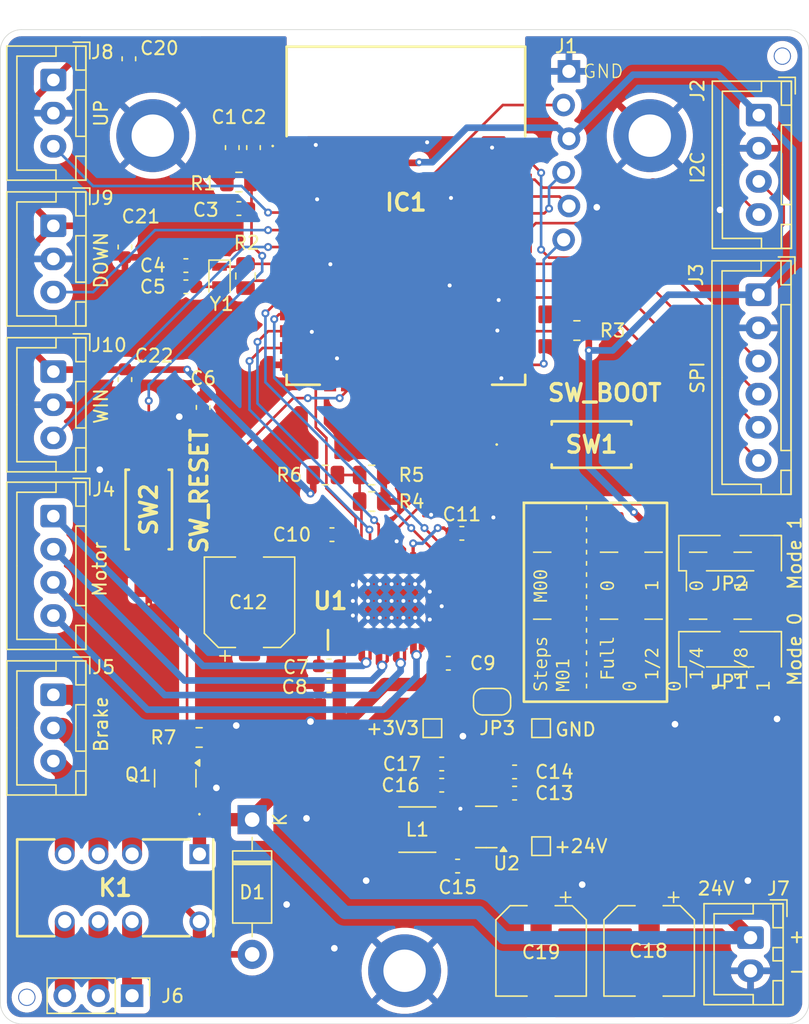
<source format=kicad_pcb>
(kicad_pcb (version 20240108) (generator "pcbnew") (generator_version "8.0")
  (title_block (title "ESPHome Cover PCB") (date "2024-05-12") (rev "1"))
  (layers (0 "F.Cu" signal) (31 "B.Cu" signal) (34 "B.Paste" user) (35 "F.Paste" user) (36 "B.SilkS" user "B.Silkscreen") (37 "F.SilkS" user "F.Silkscreen") (38 "B.Mask" user) (39 "F.Mask" user) (44 "Edge.Cuts" user))
  (net 0 "")
  (net 1 "+3V3")
  (net 2 "GND")
  (net 3 "/MCU/esp32_en")
  (net 4 "Net-(IC1-IO32)")
  (net 5 "Net-(IC1-IO33)")
  (net 6 "/Motor driver/+24V")
  (net 7 "Net-(U1-VCP)")
  (net 8 "Net-(U1-CPH)")
  (net 9 "Net-(U1-CPL)")
  (net 10 "Net-(U2-SW)")
  (net 11 "Net-(U2-BST)")
  (net 12 "Net-(D1-A)")
  (net 13 "/MCU/fault_motor")
  (net 14 "/MCU/SPI_CLK")
  (net 16 "/MCU/brake_relay")
  (net 17 "/MCU/sen_down")
  (net 18 "/MCU/dir_motor")
  (net 20 "/MCU/SPI_MOSI")
  (net 21 "Net-(IC1-RXD0)")
  (net 23 "/MCU/SPI_MISO")
  (net 24 "/MCU/vref_motor")
  (net 25 "/MCU/IO0{slash}BOOT")
  (net 26 "/MCU/I2C_SCL")
  (net 28 "/MCU/SPI_CS")
  (net 29 "/MCU/sen_win")
  (net 30 "/MCU/sen_up")
  (net 32 "/MCU/sleep_motor")
  (net 38 "/MCU/I2C_SDA")
  (net 39 "Net-(IC1-IO16)")
  (net 40 "Net-(IC1-TXD0)")
  (net 41 "/MCU/step_motor")
  (net 42 "Net-(J5-Pin_2)")
  (net 43 "Net-(J5-Pin_1)")
  (net 44 "Net-(J5-Pin_3)")
  (net 45 "Net-(J4-Pin_2)")
  (net 46 "Net-(J6-Pin_3)")
  (net 47 "Net-(J6-Pin_1)")
  (net 48 "Net-(J6-Pin_2)")
  (net 49 "Net-(J4-Pin_1)")
  (net 50 "Net-(J4-Pin_3)")
  (net 51 "Net-(J4-Pin_4)")
  (net 53 "/Motor driver/mode_0")
  (net 54 "/Motor driver/mode_1")
  (net 55 "Net-(U1-ENABLE)")
  (footprint "Capacitor_SMD:C_0603_1608Metric" (layer "F.Cu") (at 123.4 80.6)
    (property "Reference" "C5")
    (property "Value" "12.5pF")
  )
  (footprint "TestPoint:TestPoint_Pad_1.0x1.0mm" (layer "F.Cu") (at 142 113.9)
    (property "Reference" "TP2")
    (property "Value" "+3V3")
  )
  (footprint "Own_Lib:G6S2(F)YDC24" (layer "F.Cu") (at 124.42 121.94 180)
    (property "Reference" "K1")
    (property "Value" "G6S-2(F)-Y_DC24" (hide yes))
  )
  (footprint "Capacitor_SMD:C_0603_1608Metric" (layer "F.Cu") (at 127.4 74.7)
    (property "Reference" "C3")
    (property "Value" "100nF 6.3V")
  )
  (footprint "Connector_JST:JST_XH_B2B-XH-A_1x02_P2.50mm_Vertical" (layer "F.Cu") (at 166 129.7 -90)
    (property "Reference" "J7")
    (property "Value" "24V")
  )
  (footprint "Capacitor_SMD:C_0603_1608Metric" (layer "F.Cu") (at 134.2 110.7)
    (property "Reference" "C8")
    (property "Value" "0.01uF 35V")
  )
  (footprint "MountingHole:MountingHole_3.2mm_M3_ISO14580_Pad" (layer "F.Cu") (at 139.9 132.2)
    (property "Reference" "H3")
    (property "Value" "MountingHole_Pad" (hide yes))
  )
  (footprint "SamacSys_Parts:TL3302AF130QG" (layer "F.Cu") (at 154 92.5)
    (property "Reference" "SW1")
    (property "Value" "SW_BOOT")
  )
  (footprint "Capacitor_SMD:C_0603_1608Metric" (layer "F.Cu") (at 118.8 77.6 -90)
    (property "Reference" "C21")
    (property "Value" "100nF 6.3V")
  )
  (footprint "Own_Lib:tooling holes" (layer "F.Cu") (at 111.4 134.2)
    (property "Reference" "H4" (hide yes))
    (property "Value" "tooling holes" (hide yes))
  )
  (footprint "Connector_PinHeader_2.54mm:PinHeader_1x03_P2.54mm_Vertical_SMD_Pin1Left" (layer "F.Cu") (at 164.46 107.945 90)
    (property "Reference" "JP1")
    (property "Value" "Mode 0")
  )
  (footprint "SamacSys_Parts:ESP32WROOM32EN4" (layer "F.Cu") (at 140 75.24)
    (property "Reference" "IC1")
    (property "Value" "ESP32-WROOM-32E-N4" (hide yes))
  )
  (footprint "Connector_JST:JST_XH_B3B-XH-A_1x03_P2.50mm_Vertical" (layer "F.Cu") (at 113.4 111.38 -90)
    (property "Reference" "J5")
    (property "Value" "Brake")
  )
  (footprint "Capacitor_SMD:C_0603_1608Metric" (layer "F.Cu") (at 126.9 70.1 -90)
    (property "Reference" "C1")
    (property "Value" "22uF 6.3V")
  )
  (footprint "Capacitor_SMD:C_0603_1608Metric" (layer "F.Cu") (at 142.7 118.2)
    (property "Reference" "C16")
    (property "Value" "22uF 6.3V")
  )
  (footprint "TestPoint:TestPoint_Pad_1.0x1.0mm" (layer "F.Cu") (at 150.2 122.8 180)
    (property "Reference" "TP1")
    (property "Value" "+24V")
  )
  (footprint "Connector_JST:JST_XH_B3B-XH-A_1x03_P2.50mm_Vertical" (layer "F.Cu") (at 113.4 65 -90)
    (property "Reference" "J8")
    (property "Value" "UP")
  )
  (footprint "Resistor_SMD:R_0805_2012Metric" (layer "F.Cu") (at 152.9 83.9)
    (property "Reference" "R3")
    (property "Value" "10k" (hide yes))
  )
  (footprint "MountingHole:MountingHole_3.2mm_M3_ISO14580_Pad" (layer "F.Cu") (at 158.4 69.2)
    (property "Reference" "H2")
    (property "Value" "MountingHole_Pad" (hide yes))
  )
  (footprint "Resistor_SMD:R_0805_2012Metric" (layer "F.Cu") (at 137.42 94.8)
    (property "Reference" "R5")
    (property "Value" "20k" (hide yes))
  )
  (footprint "SamacSys_Parts:TL3302AF130QG" (layer "F.Cu") (at 120.6 97.4 90)
    (property "Reference" "SW2")
    (property "Value" "SW_RESET")
  )
  (footprint "Resistor_SMD:R_0805_2012Metric" (layer "F.Cu") (at 137.42 96.8 180)
    (property "Reference" "R4")
    (property "Value" "100k" (hide yes))
  )
  (footprint "Capacitor_SMD:C_0603_1608Metric" (layer "F.Cu") (at 134.2 109.2)
    (property "Reference" "C7")
    (property "Value" "0.22uF X7R 16V")
  )
  (footprint "Diode_THT:D_DO-41_SOD81_P10.16mm_Horizontal" (layer "F.Cu") (at 128.4 120.8 -90)
    (property "Reference" "D1")
    (property "Value" "1N4001" (hide yes))
  )
  (footprint "Jumper:SolderJumper-2_P1.3mm_Open_RoundedPad1.0x1.5mm" (layer "F.Cu") (at 146.5 111.9)
    (property "Reference" "JP3")
    (property "Value" "~")
  )
  (footprint "Connector_JST:JST_XH_B3B-XH-A_1x03_P2.50mm_Vertical" (layer "F.Cu") (at 113.4 87 -90)
    (property "Reference" "J10")
    (property "Value" "WIN")
  )
  (footprint "Resistor_SMD:R_0805_2012Metric" (layer "F.Cu") (at 133.92 94.8)
    (property "Reference" "R6")
    (property "Value" "13k" (hide yes))
  )
  (footprint "Capacitor_SMD:C_0603_1608Metric" (layer "F.Cu") (at 143.2 109 180)
    (property "Reference" "C9")
    (property "Value" "0.01uF 35V")
  )
  (footprint "Capacitor_SMD:CP_Elec_6.3x7.7" (layer "F.Cu") (at 128.2 104.4 90)
    (property "Reference" "C12")
    (property "Value" "100uF 35V" (hide yes))
  )
  (footprint "Capacitor_SMD:C_0603_1608Metric" (layer "F.Cu") (at 142.7 116.6)
    (property "Reference" "C17")
    (property "Value" "22uF 6.3V")
  )
  (footprint "Capacitor_SMD:CP_Elec_6.3x7.7" (layer "F.Cu") (at 150.2 130.7 -90)
    (property "Reference" "C19")
    (property "Value" "100uF 35V" (hide yes))
  )
  (footprint "Connector_JST:JST_XH_B3B-XH-A_1x03_P2.50mm_Vertical" (layer "F.Cu") (at 113.4 76 -90)
    (property "Reference" "J9")
    (property "Value" "DOWN")
  )
  (footprint "Own_Lib:Prog Header" (layer "F.Cu") (at 152.1 64.35)
    (property "Reference" "J1")
    (property "Value" "Prog Header")
  )
  (footprint "TestPoint:TestPoint_Pad_1.0x1.0mm" (layer "F.Cu") (at 150.2 113.9)
    (property "Reference" "TP3")
    (property "Value" "GND")
  )
  (footprint "Connector_PinHeader_2.54mm:PinHeader_1x03_P2.54mm_Vertical" (layer "F.Cu") (at 119.34 134.08 -90)
    (property "Reference" "J6")
    (property "Value" "~")
  )
  (footprint "Capacitor_SMD:C_0603_1608Metric" (layer "F.Cu") (at 124.7 89.7 -90)
    (property "Reference" "C6")
    (property "Value" "100nF 6.3V")
  )
  (footprint "Package_TO_SOT_SMD:SOT-23" (layer "F.Cu") (at 122.6 117.68 -90)
    (property "Reference" "Q1")
    (property "Value" "MMBF170" (hide yes))
  )
  (footprint "MountingHole:MountingHole_3.2mm_M3_ISO14580_Pad" (layer "F.Cu") (at 120.9 69.2)
    (property "Reference" "H1")
    (property "Value" "MountingHole_Pad" (hide yes))
  )
  (footprint "Inductor_SMD:L_1812_4532Metric" (layer "F.Cu") (at 140.8625 121.55 180)
    (property "Reference" "L1")
    (property "Value" "4.7uH" (hide yes))
  )
  (footprint "Capacitor_SMD:C_0603_1608Metric" (layer "F.Cu") (at 128.5 70.1 -90)
    (property "Reference" "C2")
    (property "Value" "100nF 6.3V")
  )
  (footprint "Capacitor_SMD:C_0603_1608Metric" (layer "F.Cu") (at 144.22 99.2)
    (property "Reference" "C11")
    (property "Value" "1uF X7R 6.3V")
  )
  (footprint "Capacitor_SMD:CP_Elec_6.3x7.7" (layer "F.Cu") (at 158.35 130.7 -90)
    (property "Reference" "C18")
    (property "Value" "100uF 35V" (hide yes))
  )
  (footprint "SamacSys_Parts:SOP65P640X120-29N" (layer "F.Cu") (at 138.92 104.3 90)
    (property "Reference" "U1")
    (property "Value" "DRV8425PWPR" (hide yes))
  )
  (footprint "Own_Lib:tooling holes" (layer "F.Cu") (at 168.4 63.2)
    (property "Reference" "H5" (hide yes))
    (property "Value" "tooling holes" (hide yes))
  )
  (footprint "Resistor_SMD:R_0805_2012Metric" (layer "F.Cu") (at 127.9 79.7875 90)
    (property "Reference" "R2")
    (property "Value" "5 MΩ ~ 10 MΩ" (hide yes))
  )
  (footprint "Crystal:Crystal_SMD_2012-2Pin_2.0x1.2mm" (layer "F.Cu") (at 125.93788 79.7875 -90)
    (property "Reference" "Y1")
    (property "Value" "32.768KHz" (hide yes))
  )
  (footprint "Capacitor_SMD:C_0603_1608Metric" (layer "F.Cu") (at 134.42 99.3)
    (property "Reference" "C10")
    (property "Value" "0.022uF X7R 50V")
  )
  (footprint "Capacitor_SMD:C_0603_1608Metric" (layer "F.Cu") (at 123.4 79)
    (property "Reference" "C4")
    (property "Value" "12.5pF")
  )
  (footprint "Capacitor_SMD:C_0603_1608Metric" (layer "F.Cu") (at 143.9 124.3 180)
    (property "Reference" "C15")
    (property "Value" "100nF 6.3V")
  )
  (footprint "Capacitor_SMD:C_0603_1608Metric" (layer "F.Cu") (at 148.2 117.2)
    (property "Reference" "C14")
    (property "Value" "10uF 35V")
  )
  (footprint "Capacitor_SMD:C_0603_1608Metric" (layer "F.Cu") (at 119.1 63.4 -90)
    (property "Reference" "C20")
    (property "Value" "100nF 6.3V")
  )
  (footprint "Package_TO_SOT_SMD:TSOT-23-6" (layer "F.Cu") (at 146.0625 121.35 180)
    (property "Reference" "U2")
    (property "Value" "AP63203WU-7" (hide yes))
  )
  (footprint "Capacitor_SMD:C_0603_1608Metric" (layer "F.Cu") (at 148.2 118.8)
    (property "Reference" "C13")
    (property "Value" "100nF 35V" (hide yes))
  )
  (footprint "Capacitor_SMD:C_0603_1608Metric" (layer "F.Cu") (at 118.8 87.6 -90)
    (property "Reference" "C22")
    (property "Value" "100nF 6.3V")
  )
  (footprint "Connector_JST:JST_XH_B4B-XH-A_1x04_P2.50mm_Vertical" (layer "F.Cu") (at 113.4 97.9 -90)
    (property "Reference" "J4")
    (property "Value" "Motor")
  )
  (footprint "Connector_JST:JST_XH_B6B-XH-A_1x06_P2.50mm_Vertical" (layer "F.Cu") (at 166.6 81.2 -90)
    (property "Reference" "J3")
    (property "Value" "SPI")
  )
  (footprint "Resistor_SMD:R_0805_2012Metric" (layer "F.Cu") (at 124.4 114.6 180)
    (property "Reference" "R7")
    (property "Value" "10k" (hide yes))
  )
  (footprint "Resistor_SMD:R_0805_2012Metric" (layer "F.Cu") (at 127.4 72.7)
    (property "Reference" "R1")
    (property "Value" "10k" (hide yes))
  )
  (footprint "Connector_PinHeader_2.54mm:PinHeader_1x03_P2.54mm_Vertical_SMD_Pin1Left" (layer "F.Cu") (at 164.46 100.695 90)
    (property "Reference" "JP2")
    (property "Value" "Mode 1")
  )
  (footprint "Connector_JST:JST_XH_B4B-XH-A_1x04_P2.50mm_Vertical" (layer "F.Cu") (at 166.625 67.65 -90)
    (property "Reference" "J2")
    (property "Value" "I2C")
  )
  (gr_line (start 109.4 62.8) (end 109.4 134.6) (stroke (width 0.05)) (layer "Edge.Cuts"))
  (gr_arc (start 111 136.2) (mid 109.868629 135.731371) (end 109.4 134.6) (stroke (width 0.05)) (layer "Edge.Cuts"))
  (gr_line (start 170.4 62.8) (end 170.4 134.6) (stroke (width 0.05)) (layer "Edge.Cuts"))
  (gr_line (start 111 136.2) (end 168.8 136.2) (stroke (width 0.05)) (layer "Edge.Cuts"))
  (gr_arc (start 170.4 134.6) (mid 169.931371 135.731371) (end 168.8 136.2) (stroke (width 0.05)) (layer "Edge.Cuts"))
  (gr_line (start 111 61.2) (end 168.8 61.2) (stroke (width 0.05)) (layer "Edge.Cuts"))
  (gr_arc (start 168.8 61.2) (mid 169.931371 61.668629) (end 170.4 62.8) (stroke (width 0.05)) (layer "Edge.Cuts"))
  (gr_arc (start 109.4 62.8) (mid 109.868629 61.668629) (end 111 61.2) (stroke (width 0.05)) (layer "Edge.Cuts"))
  (gr_text "-" (at 169.5 132.2 0) (layer "F.SilkS") (effects (font (size 1 1))))
  (gr_text "+" (at 169.5 129.6 0) (layer "F.SilkS") (effects (font (size 1 1))))
  (gr_text_box "Steps | M00 | M01\n-----------------\n Full |  0  |  0\n 1/2  |  1  |  0\n 1/4  |  0  |  1\n 1/8  |  1  |  1" (start 148.9 96.9) (end 159.7 111.9) (angle 90) (layer "F.SilkS") (effects (font (size 1 1) (thickness 0.125)) (justify left top)) (border yes) (stroke (width 0.2)))
  (segment (start 125.4 63.8) (end 124.25 62.65) (width 0.5) (layer "F.Cu") (net 1))
  (segment (start 126.9 70.875) (end 126.9 72.2875) (width 0.5) (layer "F.Cu") (net 1))
  (segment (start 146.1125 119.95) (end 145.5125 119.35) (width 0.25) (layer "F.Cu") (net 1))
  (segment (start 113.4 76) (end 118.15 76) (width 0.5) (layer "F.Cu") (net 1))
  (segment (start 125.4 72.2) (end 125.4 63.8) (width 0.5) (layer "F.Cu") (net 1))
  (segment (start 111.6 85.2) (end 111.6 77.8) (width 0.5) (layer "F.Cu") (net 1))
  (segment (start 126.9 72.2875) (end 126.4875 72.7) (width 0.5) (layer "F.Cu") (net 1))
  (segment (start 164.6 109.6) (end 161.92 109.6) (width 0.5) (layer "F.Cu") (net 1))
  (segment (start 138.725 121.35) (end 138.725 121.3375) (width 0.5) (layer "F.Cu") (net 1))
  (segment (start 128.5 70.875) (end 126.9 70.875) (width 0.5) (layer "F.Cu") (net 1))
  (segment (start 159.87 100.9) (end 144.97 100.9) (width 0.5) (layer "F.Cu") (net 1))
  (segment (start 140.545 99.955) (end 140.545 101.362) (width 0.25) (layer "F.Cu") (net 1))
  (segment (start 140.95 71.25) (end 141 71.2) (width 0.5) (layer "F.Cu") (net 1))
  (segment (start 160.17 100.6) (end 160.17 100.57) (width 0.5) (layer "F.Cu") (net 1))
  (segment (start 164.75 102.35) (end 165.8 103.4) (width 0.5) (layer "F.Cu") (net 1))
  (segment (start 118.15 76) (end 118.8 76.65) (width 0.5) (layer "F.Cu") (net 1))
  (segment (start 157.2 97.6) (end 160.17 100.57) (width 0.5) (layer "F.Cu") (net 1))
  (segment (start 133.0075 95.9925) (end 133.0075 94.8) (width 0.5) (layer "F.Cu") (net 1))
  (segment (start 160.17 100.6) (end 159.87 100.9) (width 0.5) (layer "F.Cu") (net 1))
  (segment (start 153.8 83.9125) (end 153.8125 83.9) (width 0.5) (layer "F.Cu") (net 1))
  (segment (start 144.97 100.9) (end 143.27 99.2) (width 0.5) (layer "F.Cu") (net 1))
  (segment (start 145.5125 119.35) (end 143.1125 119.35) (width 0.25) (layer "F.Cu") (net 1))
  (segment (start 161.92 102.35) (end 164.75 102.35) (width 0.5) (layer "F.Cu") (net 1))
  (segment (start 124.25 62.65) (end 115.75 62.65) (width 0.5) (layer "F.Cu") (net 1))
  (segment (start 138.725 121.3375) (end 141.9125 118.15) (width 0.5) (layer "F.Cu") (net 1))
  (segment (start 161.92 102.35) (end 160.17 100.6) (width 0.5) (layer "F.Cu") (net 1))
  (segment (start 142.4 98.8) (end 142.87 98.8) (width 0.25) (layer "F.Cu") (net 1))
  (segment (start 128.5 70.875) (end 128.875 71.25) (width 0.5) (layer "F.Cu") (net 1))
  (segment (start 143.17 101.337) (end 143.17 101.362) (width 0.5) (layer "F.Cu") (net 1))
  (segment (start 123.5 86.85) (end 113.55 86.85) (width 0.5) (layer "F.Cu") (net 1))
  (segment (start 128.875 71.25) (end 131.25 71.25) (width 0.5) (layer "F.Cu") (net 1))
  (segment (start 147.15 111.9) (end 160.6 111.9) (width 0.5) (layer "F.Cu") (net 1))
  (segment (start 111.6 74.2) (end 111.6 66.8) (width 0.5) (layer "F.Cu") (net 1))
  (segment (start 132.8 96.2) (end 133.0075 95.9925) (width 0.5) (layer "F.Cu") (net 1))
  (segment (start 111.6 66.8) (end 113.4 65) (width 0.5) (layer "F.Cu") (net 1))
  (segment (start 165.8 108.4) (end 164.6 109.6) (width 0.5) (layer "F.Cu") (net 1))
  (segment (start 146.537501 122.3) (end 146.1125 121.874999) (width 0.25) (layer "F.Cu") (net 1))
  (segment (start 131.25 71.25) (end 140.95 71.25) (width 0.5) (layer "F.Cu") (net 1))
  (segment (start 160.6 111.9) (end 161.92 110.58) (width 0.5) (layer "F.Cu") (net 1))
  (segment (start 143.607 100.9) (end 143.17 101.337) (width 0.5) (layer "F.Cu") (net 1))
  (segment (start 141.9125 113.9875) (end 142 113.9) (width 0.5) (layer "F.Cu") (net 1))
  (segment (start 111.6 77.8) (end 113.4 76) (width 0.5) (layer "F.Cu") (net 1))
  (segment (start 146.1125 121.874999) (end 146.1125 119.95) (width 0.25) (layer "F.Cu") (net 1))
  (segment (start 144 111.9) (end 145.85 111.9) (width 0.5) (layer "F.Cu") (net 1))
  (segment (start 113.4 76) (end 111.6 74.2) (width 0.5) (layer "F.Cu") (net 1))
  (segment (start 142 113.9) (end 144 111.9) (width 0.5) (layer "F.Cu") (net 1))
  (segment (start 113.55 86.85) (end 113.4 87) (width 0.5) (layer "F.Cu") (net 1))
  (segment (start 142.87 98.8) (end 143.27 99.2) (width 0.25) (layer "F.Cu") (net 1))
  (segment (start 115.75 62.65) (end 113.4 65) (width 0.5) (layer "F.Cu") (net 1))
  (segment (start 143.1125 119.35) (end 141.9125 118.15) (width 0.25) (layer "F.Cu") (net 1))
  (segment (start 113.4 87) (end 111.6 85.2) (width 0.5) (layer "F.Cu") (net 1))
  (segment (start 165.8 103.4) (end 165.8 108.4) (width 0.5) (layer "F.Cu") (net 1))
  (segment (start 144.97 100.9) (end 143.607 100.9) (width 0.5) (layer "F.Cu") (net 1))
  (segment (start 161.92 110.58) (end 161.92 109.6) (width 0.5) (layer "F.Cu") (net 1))
  (segment (start 153.8 85.4) (end 153.8 83.9125) (width 0.5) (layer "F.Cu") (net 1))
  (segment (start 126.4875 72.7) (end 125.9 72.7) (width 0.5) (layer "F.Cu") (net 1))
  (segment (start 125.9 72.7) (end 125.4 72.2) (width 0.5) (layer "F.Cu") (net 1))
  (segment (start 147.2 122.3) (end 146.537501 122.3) (width 0.25) (layer "F.Cu") (net 1))
  (segment (start 141.9125 118.15) (end 141.9125 113.9875) (width 0.5) (layer "F.Cu") (net 1))
  (via (at 157.2 97.6) (size 0.6) (drill 0.3) (layers "F.Cu" "B.Cu") (net 1))
  (via (at 142.4 98.8) (size 0.6) (drill 0.3) (layers "F.Cu" "B.Cu") (net 1))
  (via (at 123.5 86.85) (size 0.6) (drill 0.3) (layers "F.Cu" "B.Cu") (net 1))
  (via (at 140.545 99.955) (size 0.6) (drill 0.3) (layers "F.Cu" "B.Cu") (net 1))
  (via (at 141 71.2) (size 0.6) (drill 0.3) (layers "F.Cu" "B.Cu") (net 1))
  (via (at 132.8 96.2) (size 0.6) (drill 0.3) (layers "F.Cu" "B.Cu") (net 1))
  (via (at 153.8 85.4) (size 0.6) (drill 0.3) (layers "F.Cu" "B.Cu") (net 1))
  (segment (start 142 71.2) (end 144.6 68.6) (width 0.5) (layer "B.Cu") (net 1))
  (segment (start 141 71.2) (end 142 71.2) (width 0.5) (layer "B.Cu") (net 1))
  (segment (start 157.2 97.6) (end 153.8 94.2) (width 0.5) (layer "B.Cu") (net 1))
  (segment (start 169.2 70.225) (end 163.575 64.6) (width 0.5) (layer "B.Cu") (net 1))
  (segment (start 123.5 86.85) (end 123.5 86.9) (width 0.5) (layer "B.Cu") (net 1))
  (segment (start 163.575 64.6) (end 157.13 64.6) (width 0.5) (layer "B.Cu") (net 1))
  (segment (start 140.545 99.955) (end 141.245 99.955) (width 0.25) (layer "B.Cu") (net 1))
  (segment (start 153.8 94.2) (end 153.8 85.4) (width 0.5) (layer "B.Cu") (net 1))
  (segment (start 151.47 68.6) (end 152.3 69.43) (width 0.5) (layer "B.Cu") (net 1))
  (segment (start 123.5 86.9) (end 132.8 96.2) (width 0.5) (layer "B.Cu") (net 1))
  (segment (start 159.8 81.2) (end 166.6 81.2) (width 0.5) (layer "B.Cu") (net 1))
  (segment (start 153.8 85.4) (end 155.6 85.4) (width 0.5) (layer "B.Cu") (net 1))
  (segment (start 141.245 99.955) (end 142.4 98.8) (width 0.25) (layer "B.Cu") (net 1))
  (segment (start 166.6 81.2) (end 169.2 78.6) (width 0.5) (layer "B.Cu") (net 1))
  (segment (start 155.6 85.4) (end 159.8 81.2) (width 0.5) (layer "B.Cu") (net 1))
  (segment (start 169.2 78.6) (end 169.2 70.225) (width 0.5) (layer "B.Cu") (net 1))
  (segment (start 157.13 64.6) (end 152.3 69.43) (width 0.5) (layer "B.Cu") (net 1))
  (segment (start 144.6 68.6) (end 151.47 68.6) (width 0.5) (layer "B.Cu") (net 1))
  (segment (start 139.3 99.8) (end 139.245 99.855) (width 0.25) (layer "F.Cu") (net 2))
  (segment (start 141.845 107.238) (end 141.845 105.745) (width 0.25) (layer "F.Cu") (net 2))
  (segment (start 135.995 105.395) (end 135.995 104.305) (width 0.25) (layer "F.Cu") (net 2))
  (segment (start 135.995 107.238) (end 135.995 105.405) (width 0.25) (layer "F.Cu") (net 2))
  (segment (start 139.895 100.395) (end 139.895 101.362) (width 0.25) (layer "F.Cu") (net 2))
  (segment (start 139.245 99.855) (end 139.245 101.362) (width 0.25) (layer "F.Cu") (net 2))
  (segment (start 136 105.4) (end 135.995 105.395) (width 0.25) (layer "F.Cu") (net 2))
  (segment (start 144.925 120.4) (end 144.5375 120.4) (width 0.5) (layer "F.Cu") (net 2))
  (segment (start 141.845 105.745) (end 141.8 105.7) (width 0.25) (layer "F.Cu") (net 2))
  (segment (start 135.995 104.305) (end 136 104.3) (width 0.25) (layer "F.Cu") (net 2))
  (segment (start 139.3 99.8) (end 139.895 100.395) (width 0.25) (layer "F.Cu") (net 2))
  (segment (start 144.5375 120.4) (end 144.1125 119.975) (width 0.5) (layer "F.Cu") (net 2))
  (segment (start 135.995 105.405) (end 136 105.4) (width 0.25) (layer "F.Cu") (net 2))
  (segment (start 167 102.35) (end 167 109.6) (width 0.5) (layer "F.Cu") (net 2))
  (via (at 133.3 74) (size 0.6) (drill 0.3) (layers "F.Cu" "B.Cu") (net 2))
  (via (at 146.9 83.9) (size 0.6) (drill 0.3) (layers "F.Cu" "B.Cu") (net 2))
  (via (at 165.8 125.4) (size 0.8) (drill 0.5) (layers "F.Cu" "B.Cu") (net 2))
  (via (at 146.5 70.1) (size 0.6) (drill 0.3) (layers "F.Cu" "B.Cu") (net 2))
  (via (at 141.8 105.7) (size 0.6) (drill 0.3) (layers "F.Cu" "B.Cu") (net 2))
  (via (at 141.8 103.6) (size 0.6) (drill 0.3) (layers "F.Cu" "B.Cu") (net 2))
  (via (at 136 104.3) (size 0.6) (drill 0.3) (layers "F.Cu" "B.Cu") (net 2))
  (via (at 144.3 114.5) (size 0.8) (drill 0.5) (layers "F.Cu" "B.Cu") (net 2))
  (via (at 168 113.2) (size 0.8) (drill 0.5) (layers "F.Cu" "B.Cu") (net 2))
  (via (at 122.9 90.4) (size 0.8) (drill 0.5) (layers "F.Cu" "B.Cu") (net 2))
  (via (at 134.8 86) (size 0.6) (drill 0.3) (layers "F.Cu" "B.Cu") (net 2))
  (via (at 143.4 73.9) (size 0.6) (drill 0.3) (layers "F.Cu" "B.Cu") (net 2))
  (via (at 160.3 113.6) (size 0.8) (drill 0.5) (layers "F.Cu" "B.Cu") (net 2))
  (via (at 134.3 78.9) (size 0.6) (drill 0.3) (layers "F.Cu" "B.Cu") (net 2))
  (via (at 144.1125 119.975) (size 0.6) (drill 0.3) (layers "F.Cu" "B.Cu") (net 2))
  (via (at 137 125.4) (size 0.8) (drill 0.5) (layers "F.Cu" "B.Cu") (net 2))
  (via (at 131 127.2) (size 0.8) (drill 0.5) (layers "F.Cu" "B.Cu") (net 2))
  (via (at 147 81.6) (size 0.6) (drill 0.3) (layers "F.Cu" "B.Cu") (net 2))
  (via (at 143.3 80.5) (size 0.6) (drill 0.3) (layers "F.Cu" "B.Cu") (net 2))
  (via (at 136 103.1) (size 0.6) (drill 0.3) (layers "F.Cu" "B.Cu") (net 2))
  (via (at 153.3 125.7) (size 0.8) (drill 0.5) (layers "F.Cu" "B.Cu") (net 2))
  (via (at 154.4 74.6) (size 0.8) (drill 0.5) (layers "F.Cu" "B.Cu") (net 2))
  (via (at 134.6 130.5) (size 0.8) (drill 0.5) (layers "F.Cu" "B.Cu") (net 2))
  (via (at 139.3 99.8) (size 0.6) (drill 0.3) (layers "F.Cu" "B.Cu") (net 2))
  (via (at 146.6 98) (size 0.6) (drill 0.3) (layers "F.Cu" "B.Cu") (net 2))
  (via (at 132.9 84) (size 0.6) (drill 0.3) (layers "F.Cu" "B.Cu") (net 2))
  (via (at 163.7 74.8) (size 0.8) (drill 0.5) (layers "F.Cu" "B.Cu") (net 2))
  (via (at 125.7 118.4) (size 0.8) (drill 0.5) (layers "F.Cu" "B.Cu") (net 2))
  (via (at 127.2 113.7) (size 0.8) (drill 0.5) (layers "F.Cu" "B.Cu") (net 2))
  (via (at 147.2 87.5) (size 0.6) (drill 0.3) (layers "F.Cu" "B.Cu") (net 2))
  (via (at 132.8 113.4) (size 0.8) (drill 0.5) (layers "F.Cu" "B.Cu") (net 2))
  (via (at 141.6 69.7) (size 0.6) (drill 0.3) (layers "F.Cu" "B.Cu") (net 2))
  (via (at 141.9 97.8) (size 0.6) (drill 0.3) (layers "F.Cu" "B.Cu") (net 2))
  (via (at 136 105.4) (size 0.6) (drill 0.3) (layers "F.Cu" "B.Cu") (net 2))
  (via (at 142.7 104.7) (size 0.6) (drill 0.3) (layers "F.Cu" "B.Cu") (net 2))
  (via (at 132.5 120.7) (size 0.8) (drill 0.5) (layers "F.Cu" "B.Cu") (net 2))
  (via (at 133.2 69.9) (size 0.6) (drill 0.3) (layers "F.Cu" "B.Cu") (net 2))
  (via (at 116.9 94.4) (size 0.8) (drill 0.5) (layers "F.Cu" "B.Cu") (net 2))
  (segment (start 120.6 89.2) (end 120.6 92.475) (width 0.2) (layer "F.Cu") (net 3))
  (segment (start 131.25 72.52) (end 128.53 72.52) (width 0.2) (layer "F.Cu") (net 3))
  (segment (start 128.35 74.7) (end 128.35 77.459403) (width 0.2) (layer "F.Cu") (net 3))
  (segment (start 128.35 74.7) (end 128.35 72.7375) (width 0.2) (layer "F.Cu") (net 3))
  (segment (start 147.31 66.89) (end 141.68 72.52) (width 0.2) (layer "F.Cu") (net 3))
  (segment (start 141.68 72.52) (end 131.25 72.52) (width 0.2) (layer "F.Cu") (net 3))
  (segment (start 128.35 72.7375) (end 128.3125 72.7) (width 0.2) (layer "F.Cu") (net 3))
  (segment (start 122.7 92.475) (end 124.7 90.475) (width 0.2) (layer "F.Cu") (net 3))
  (segment (start 120.6 92.475) (end 122.7 92.475) (width 0.2) (layer "F.Cu") (net 3))
  (segment (start 147.31 66.89) (end 151.9 66.89) (width 0.2) (layer "F.Cu") (net 3))
  (segment (start 128.35 77.459403) (end 129.156239 78.265642) (width 0.2) (layer "F.Cu") (net 3))
  (via (at 120.6 89.2) (size 0.6) (drill 0.3) (layers "F.Cu" "B.Cu") (net 3))
  (via (at 129.156239 78.265642) (size 0.6) (drill 0.3) (layers "F.Cu" "B.Cu") (net 3))
  (segment (start 120.6 88) (end 129.156239 79.443761) (width 0.2) (layer "B.Cu") (net 3))
  (segment (start 129.156239 79.443761) (end 129.156239 78.265642) (width 0.2) (layer "B.Cu") (net 3))
  (segment (start 120.6 89.2) (end 120.6 88) (width 0.2) (layer "B.Cu") (net 3))
  (segment (start 124.175 79) (end 125.85038 79) (width 0.2) (layer "F.Cu") (net 4))
  (segment (start 127.905 78.87) (end 127.9 78.875) (width 0.2) (layer "F.Cu") (net 4))
  (segment (start 131.25 78.87) (end 127.905 78.87) (width 0.2) (layer "F.Cu") (net 4))
  (segment (start 125.93788 79.0875) (end 127.6875 79.0875) (width 0.2) (layer "F.Cu") (net 4))
  (segment (start 125.85038 79) (end 125.93788 79.0875) (width 0.2) (layer "F.Cu") (net 4))
  (segment (start 127.6875 79.0875) (end 127.9 78.875) (width 0.2) (layer "F.Cu") (net 4))
  (segment (start 127.2875 80.4875) (end 125.93788 80.4875) (width 0.2) (layer "F.Cu") (net 5))
  (segment (start 127.9 80.7) (end 127.5 80.7) (width 0.2) (layer "F.Cu") (net 5))
  (segment (start 131.25 80.14) (end 128.46 80.14) (width 0.2) (layer "F.Cu") (net 5))
  (segment (start 127.5 80.7) (end 127.2875 80.4875) (width 0.2) (layer "F.Cu") (net 5))
  (segment (start 125.82538 80.6) (end 125.93788 80.4875) (width 0.2) (layer "F.Cu") (net 5))
  (segment (start 128.46 80.14) (end 127.9 80.7) (width 0.2) (layer "F.Cu") (net 5))
  (segment (start 124.175 80.6) (end 125.82538 80.6) (width 0.2) (layer "F.Cu") (net 5))
  (segment (start 142.495 108.745) (end 142.44 108.8) (width 0.25) (layer "F.Cu") (net 6))
  (segment (start 147.4375 117) (end 147.4375 120.1625) (width 1) (layer "F.Cu") (net 6))
  (segment (start 134.87 114.13) (end 138.4 110.6) (width 1) (layer "F.Cu") (net 6))
  (segment (start 125.56 120.8) (end 124.42 121.94) (width 1) (layer "F.Cu") (net 6))
  (segment (start 164.3 128) (end 166 129.7) (width 1) (layer "F.Cu") (net 6))
  (segment (start 147.4375 120.1625) (end 147.2 120.4) (width 1) (layer "F.Cu") (net 6))
  (segment (start 158.35 128) (end 164.3 128) (width 1) (layer "F.Cu") (net 6))
  (segment (start 135.345 106.2505) (end 134.8945 105.8) (width 0.25) (layer "F.Cu") (net 6))
  (segment (start 134.975 109.2) (end 134.975 114.025) (width 1) (layer "F.Cu") (net 6))
  (segment (start 147.2 120.4) (end 148.8 120.4) (width 1) (layer "F.Cu") (net 6))
  (segment (start 142.495 107.238) (end 142.495 108.745) (width 0.25) (layer "F.Cu") (net 6))
  (segment (start 147.2 121.35) (end 147.2 120.4) (width 0.5) (layer "F.Cu") (net 6))
  (segment (start 135.345 107.238) (end 135.345 106.2505) (width 0.25) (layer "F.Cu") (net 6))
  (segment (start 129.5 105.8) (end 128.2 107.1) (width 0.25) (layer "F.Cu") (net 6))
  (segment (start 134.975 114.025) (end 134.87 114.13) (width 1) (layer "F.Cu") (net 6))
  (segment (start 148.8 120.4) (end 150.2 121.8) (width 1) (layer "F.Cu") (net 6))
  (segment (start 138.4 110.6) (end 141.4 110.6) (width 1) (layer "F.Cu") (net 6))
  (segment (start 150.2 128) (end 158.35 128) (width 1) (layer "F.Cu") (net 6))
  (segment (start 150.2 121.8) (end 150.2 128) (width 1) (layer "F.Cu") (net 6))
  (segment (start 128.2 120.8) (end 125.56 120.8) (width 1) (layer "F.Cu") (net 6))
  (segment (start 124.42 121.94) (end 124.42 123.4) (width 1) (layer "F.Cu") (net 6))
  (segment (start 128.2 120.8) (end 134.87 114.13) (width 1) (layer "F.Cu") (net 6))
  (segment (start 135.345 107.238) (end 135.345 108.83) (width 0.25) (layer "F.Cu") (net 6))
  (segment (start 141.4 110.6) (end 142.42 109.58) (width 1) (layer "F.Cu") (net 6))
  (segment (start 142.42 109.58) (end 142.42 108.8) (width 1) (layer "F.Cu") (net 6))
  (segment (start 135.345 108.83) (end 134.975 109.2) (width 0.25) (layer "F.Cu") (net 6))
  (segment (start 134.8945 105.8) (end 129.5 105.8) (width 0.25) (layer "F.Cu") (net 6))
  (segment (start 145.5 127.8) (end 135.4 127.8) (width 1) (layer "B.Cu") (net 6))
  (segment (start 135.4 127.8) (end 128.4 120.8) (width 1) (layer "B.Cu") (net 6))
  (segment (start 166 129.7) (end 147.4 129.7) (width 1) (layer "B.Cu") (net 6))
  (segment (start 147.4 129.7) (end 145.5 127.8) (width 1) (layer "B.Cu") (net 6))
  (segment (start 134.262 107.238) (end 133.425 108.075) (width 0.25) (layer "F.Cu") (net 7))
  (segment (start 134.695 107.238) (end 134.262 107.238) (width 0.25) (layer "F.Cu") (net 7))
  (segment (start 133.425 108.075) (end 133.425 109.2) (width 0.25) (layer "F.Cu") (net 7))
  (segment (start 134.695 101.362) (end 133.47 100.137) (width 0.25) (layer "F.Cu") (net 8))
  (segment (start 133.47 100.137) (end 133.47 99.3) (width 0.25) (layer "F.Cu") (net 8))
  (segment (start 135.37 101.337) (end 135.345 101.362) (width 0.25) (layer "F.Cu") (net 9))
  (segment (start 135.37 99.3) (end 135.37 101.337) (width 0.25) (layer "F.Cu") (net 9))
  (segment (start 143.125 121.675) (end 143 121.55) (width 0.5) (layer "F.Cu") (net 10))
  (segment (start 143.125 124.3) (end 143.125 121.675) (width 0.5) (layer "F.Cu") (net 10))
  (segment (start 143.2 121.35) (end 143 121.55) (width 0.5) (layer "F.Cu") (net 10))
  (segment (start 144.925 121.35) (end 143.2 121.35) (width 0.5) (layer "F.Cu") (net 10))
  (segment (start 144.675 124.3) (end 144.675 122.55) (width 0.5) (layer "F.Cu") (net 11))
  (segment (start 144.675 122.55) (end 144.925 122.3) (width 0.5) (layer "F.Cu") (net 11))
  (segment (start 124.42 129.94) (end 124.42 128.48) (width 0.5) (layer "F.Cu") (net 12))
  (segment (start 122.6 126.66) (end 122.6 118.6175) (width 0.5) (layer "F.Cu") (net 12))
  (segment (start 125.44 130.96) (end 124.42 129.94) (width 0.5) (layer "F.Cu") (net 12))
  (segment (start 128.2 130.96) (end 125.44 130.96) (width 0.5) (layer "F.Cu") (net 12))
  (segment (start 124.42 128.48) (end 122.6 126.66) (width 0.5) (layer "F.Cu") (net 12))
  (segment (start 131.25 82.68) (end 130.429403 82.68) (width 0.2) (layer "F.Cu") (net 13))
  (segment (start 141.4 98.8) (end 142.495 99.895) (width 0.2) (layer "F.Cu") (net 13))
  (segment (start 142.495 99.895) (end 142.495 101.362) (width 0.2) (layer "F.Cu") (net 13))
  (segment (start 130.429403 82.68) (end 130.065642 83.043761) (width 0.2) (layer "F.Cu") (net 13))
  (via (at 130.065642 83.043761) (size 0.6) (drill 0.3) (layers "F.Cu" "B.Cu") (net 13))
  (via (at 141.4 98.8) (size 0.6) (drill 0.3) (layers "F.Cu" "B.Cu") (net 13))
  (segment (start 130.065642 87.465642) (end 141.4 98.8) (width 0.2) (layer "B.Cu") (net 13))
  (segment (start 130.065642 83.043761) (end 130.065642 87.465642) (width 0.2) (layer "B.Cu") (net 13))
  (segment (start 155.54 80.14) (end 148.75 80.14) (width 0.2) (layer "F.Cu") (net 14))
  (segment (start 166.6 91.2) (end 155.54 80.14) (width 0.2) (layer "F.Cu") (net 14))
  (segment (start 123.55 116.7425) (end 123.55 114.6625) (width 0.5) (layer "F.Cu") (net 16))
  (segment (start 123.4875 114.6) (end 123.4875 97.0125) (width 0.2) (layer "F.Cu") (net 16))
  (segment (start 131.5 89) (end 132.6 89) (width 0.2) (layer "F.Cu") (net 16))
  (segment (start 123.55 114.6625) (end 123.4875 114.6) (width 0.5) (layer "F.Cu") (net 16))
  (segment (start 123.4875 97.0125) (end 131.5 89) (width 0.2) (layer "F.Cu") (net 16))
  (segment (start 135 89) (end 135.555 88.445) (width 0.2) (layer "F.Cu") (net 16))
  (segment (start 135.555 88.445) (end 135.555 87.74) (width 0.2) (layer "F.Cu") (net 16))
  (via (at 132.6 89) (size 0.6) (drill 0.3) (layers "F.Cu" "B.Cu") (net 16))
  (via (at 135 89) (size 0.6) (drill 0.3) (layers "F.Cu" "B.Cu") (net 16))
  (segment (start 132.6 89) (end 135 89) (width 0.2) (layer "B.Cu") (net 16))
  (segment (start 131.24233 76.32233) (end 131.25 76.33) (width 0.2) (layer "F.Cu") (net 17))
  (segment (start 129.6 76.32233) (end 131.24233 76.32233) (width 0.2) (layer "F.Cu") (net 17))
  (via (at 129.6 76.32233) (size 0.6) (drill 0.3) (layers "F.Cu" "B.Cu") (net 17))
  (segment (start 116.4 81) (end 113.4 81) (width 0.2) (layer "B.Cu") (net 17))
  (segment (start 121.07767 76.32233) (end 116.4 81) (width 0.2) (layer "B.Cu") (net 17))
  (segment (start 129.6 76.32233) (end 121.07767 76.32233) (width 0.2) (layer "B.Cu") (net 17))
  (segment (start 137.245 98.916923) (end 137.295 98.966923) (width 0.2) (layer "F.Cu") (net 18))
  (segment (start 137.295 98.966923) (end 137.295 101.362) (width 0.2) (layer "F.Cu") (net 18))
  (segment (start 129.18 85.22) (end 131.25 85.22) (width 0.2) (layer "F.Cu") (net 18))
  (segment (start 128.2 86.2) (end 129.18 85.22) (width 0.2) (layer "F.Cu") (net 18))
  (via (at 137.245 98.916923) (size 0.6) (drill 0.3) (layers "F.Cu" "B.Cu") (net 18))
  (via (at 128.2 86.2) (size 0.6) (drill 0.3) (layers "F.Cu" "B.Cu") (net 18))
  (segment (start 128.2 89.871923) (end 128.2 86.2) (width 0.2) (layer "B.Cu") (net 18))
  (segment (start 137.245 98.916923) (end 128.2 89.871923) (width 0.2) (layer "B.Cu") (net 18))
  (segment (start 150.8 78.4) (end 150.2 77.8) (width 0.2) (layer "F.Cu") (net 20))
  (segment (start 158.8 78.4) (end 150.8 78.4) (width 0.2) (layer "F.Cu") (net 20))
  (segment (start 166.6 86.2) (end 158.8 78.4) (width 0.2) (layer "F.Cu") (net 20))
  (segment (start 150.2 72) (end 149.45 71.25) (width 0.2) (layer "F.Cu") (net 20))
  (segment (start 149.45 71.25) (end 148.75 71.25) (width 0.2) (layer "F.Cu") (net 20))
  (via (at 150.2 77.8) (size 0.6) (drill 0.3) (layers "F.Cu" "B.Cu") (net 20))
  (via (at 150.2 72) (size 0.6) (drill 0.3) (layers "F.Cu" "B.Cu") (net 20))
  (segment (start 150.2 77.8) (end 150.2 72) (width 0.2) (layer "B.Cu") (net 20))
  (segment (start 150.44 75.06) (end 150.8 74.7) (width 0.2) (layer "F.Cu") (net 21))
  (segment (start 148.75 75.06) (end 150.44 75.06) (width 0.2) (layer "F.Cu") (net 21))
  (via (at 150.8 74.7) (size 0.6) (drill 0.3) (layers "F.Cu" "B.Cu") (net 21))
  (segment (start 150.8 74.7) (end 150.8 73.07) (width 0.2) (layer "B.Cu") (net 21))
  (segment (start 150.8 73.07) (end 151.9 71.97) (width 0.2) (layer "B.Cu") (net 21))
  (segment (start 166.6 88.7) (end 156.77 78.87) (width 0.2) (layer "F.Cu") (net 23))
  (segment (start 156.77 78.87) (end 148.75 78.87) (width 0.2) (layer "F.Cu") (net 23))
  (segment (start 130.59 81.41) (end 131.25 81.41) (width 0.2) (layer "F.Cu") (net 24))
  (segment (start 129.4 82.6) (end 130.59 81.41) (width 0.2) (layer "F.Cu") (net 24))
  (segment (start 141.845 101.362) (end 141.845 100.245) (width 0.2) (layer "F.Cu") (net 24))
  (segment (start 141.845 100.245) (end 140.4 98.8) (width 0.2) (layer "F.Cu") (net 24))
  (via (at 140.4 98.8) (size 0.6) (drill 0.3) (layers "F.Cu" "B.Cu") (net 24))
  (via (at 129.4 82.6) (size 0.6) (drill 0.3) (layers "F.Cu" "B.Cu") (net 24))
  (segment (start 129.4 82.6) (end 129.4 87.8) (width 0.2) (layer "B.Cu") (net 24))
  (segment (start 129.4 87.8) (end 140.4 98.8) (width 0.2) (layer "B.Cu") (net 24))
  (segment (start 148.75 86.49) (end 148.75 92.475) (width 0.2) (layer "F.Cu") (net 25))
  (segment (start 148.75 92.475) (end 149.075 92.8) (width 0.2) (layer "F.Cu") (net 25))
  (segment (start 150.31 86.49) (end 150.4 86.4) (width 0.2) (layer "F.Cu") (net 25))
  (segment (start 148.75 86.49) (end 150.31 86.49) (width 0.2) (layer "F.Cu") (net 25))
  (via (at 150.4 86.4) (size 0.6) (drill 0.3) (layers "F.Cu" "B.Cu") (net 25))
  (segment (start 150.4 78.55) (end 151.9 77.05) (width 0.2) (layer "B.Cu") (net 25))
  (segment (start 150.4 86.4) (end 150.4 78.55) (width 0.2) (layer "B.Cu") (net 25))
  (segment (start 154.596 72.733247) (end 154.596 73.506753) (width 0.2) (layer "F.Cu") (net 26))
  (segment (start 158.376 73.50675) (end 158.376 72.733247) (width 0.2) (layer "F.Cu") (net 26))
  (segment (start 158.592 72.517247) (end 158.7 72.517247) (width 0.2) (layer "F.Cu") (net 26))
  (segment (start 158.916 72.733247) (end 158.916 73.50675) (width 0.2) (layer "F.Cu") (net 26))
  (segment (start 156.756 72.733249) (end 156.756 73.50675) (width 0.2) (layer "F.Cu") (net 26))
  (segment (start 156.972 73.72275) (end 157.08 73.72275) (width 0.2) (layer "F.Cu") (net 26))
  (segment (start 157.836 72.733247) (end 157.836 73.50675) (width 0.2) (layer "F.Cu") (net 26))
  (segment (start 153.516 73.336) (end 153.516 73.506753) (width 0.2) (layer "F.Cu") (net 26))
  (segment (start 150.32 73.12) (end 153.3 73.12) (width 0.2) (layer "F.Cu") (net 26))
  (segment (start 154.056 73.506753) (end 154.056 72.733247) (width 0.2) (layer "F.Cu") (net 26))
  (segment (start 154.272 72.517247) (end 154.38 72.517247) (width 0.2) (layer "F.Cu") (net 26))
  (segment (start 159.672 73.12) (end 164.595 73.12) (width 0.2) (layer "F.Cu") (net 26))
  (segment (start 148.75 72.52) (end 149.72 72.52) (width 0.2) (layer "F.Cu") (net 26))
  (segment (start 164.595 73.12) (end 166.625 75.15) (width 0.2) (layer "F.Cu") (net 26))
  (segment (start 155.136 73.506753) (end 155.136 72.733249) (width 0.2) (layer "F.Cu") (net 26))
  (segment (start 156.432 72.517249) (end 156.54 72.517249) (width 0.2) (layer "F.Cu") (net 26))
  (segment (start 155.892 73.72275) (end 156 73.72275) (width 0.2) (layer "F.Cu") (net 26))
  (segment (start 155.676 72.733249) (end 155.676 73.50675) (width 0.2) (layer "F.Cu") (net 26))
  (segment (start 159.132 73.72275) (end 159.24 73.72275) (width 0.2) (layer "F.Cu") (net 26))
  (segment (start 149.72 72.52) (end 150.32 73.12) (width 0.2) (layer "F.Cu") (net 26))
  (segment (start 156.216 73.50675) (end 156.216 72.733249) (width 0.2) (layer "F.Cu") (net 26))
  (segment (start 157.296 73.50675) (end 157.296 72.733247) (width 0.2) (layer "F.Cu") (net 26))
  (segment (start 157.512 72.517247) (end 157.62 72.517247) (width 0.2) (layer "F.Cu") (net 26))
  (segment (start 155.352 72.517249) (end 155.46 72.517249) (width 0.2) (layer "F.Cu") (net 26))
  (segment (start 154.812 73.722753) (end 154.92 73.722753) (width 0.2) (layer "F.Cu") (net 26))
  (segment (start 153.732 73.722753) (end 153.84 73.722753) (width 0.2) (layer "F.Cu") (net 26))
  (segment (start 158.052 73.72275) (end 158.16 73.72275) (width 0.2) (layer "F.Cu") (net 26))
  (segment (start 159.456 73.50675) (end 159.456 73.336) (width 0.2) (layer "F.Cu") (net 26))
  (arc (start 153.3 73.12) (mid 153.452735 73.183265) (end 153.516 73.336) (width 0.2) (layer "F.Cu") (net 26))
  (arc (start 154.596 73.506753) (mid 154.659265 73.659488) (end 154.812 73.722753) (width 0.2) (layer "F.Cu") (net 26))
  (arc (start 157.296 72.733247) (mid 157.359265 72.580512) (end 157.512 72.517247) (width 0.2) (layer "F.Cu") (net 26))
  (arc (start 159.24 73.72275) (mid 159.392735 73.659485) (end 159.456 73.50675) (width 0.2) (layer "F.Cu") (net 26))
  (arc (start 156.756 73.50675) (mid 156.819265 73.659485) (end 156.972 73.72275) (width 0.2) (layer "F.Cu") (net 26))
  (arc (start 155.136 72.733249) (mid 155.199265 72.580514) (end 155.352 72.517249) (width 0.2) (layer "F.Cu") (net 26))
  (arc (start 154.38 72.517247) (mid 154.532735 72.580512) (end 154.596 72.733247) (width 0.2) (layer "F.Cu") (net 26))
  (arc (start 157.08 73.72275) (mid 157.232735 73.659485) (end 157.296 73.50675) (width 0.2) (layer "F.Cu") (net 26))
  (arc (start 158.376 72.733247) (mid 158.439265 72.580512) (end 158.592 72.517247) (width 0.2) (layer "F.Cu") (net 26))
  (arc (start 158.916 73.50675) (mid 158.979265 73.659485) (end 159.132 73.72275) (width 0.2) (layer "F.Cu") (net 26))
  (arc (start 154.92 73.722753) (mid 155.072735 73.659488) (end 155.136 73.506753) (width 0.2) (layer "F.Cu") (net 26))
  (arc (start 159.456 73.336) (mid 159.519265 73.183265) (end 159.672 73.12) (width 0.2) (layer "F.Cu") (net 26))
  (arc (start 158.7 72.517247) (mid 158.852735 72.580512) (end 158.916 72.733247) (width 0.2) (layer "F.Cu") (net 26))
  (arc (start 155.676 73.50675) (mid 155.739265 73.659485) (end 155.892 73.72275) (width 0.2) (layer "F.Cu") (net 26))
  (arc (start 157.836 73.50675) (mid 157.899265 73.659485) (end 158.052 73.72275) (width 0.2) (layer "F.Cu") (net 26))
  (arc (start 153.516 73.506753) (mid 153.579265 73.659488) (end 153.732 73.722753) (width 0.2) (layer "F.Cu") (net 26))
  (arc (start 154.056 72.733247) (mid 154.119265 72.580512) (end 154.272 72.517247) (width 0.2) (layer "F.Cu") (net 26))
  (arc (start 157.62 72.517247) (mid 157.772735 72.580512) (end 157.836 72.733247) (width 0.2) (layer "F.Cu") (net 26))
  (arc (start 156 73.72275) (mid 156.152735 73.659485) (end 156.216 73.50675) (width 0.2) (layer "F.Cu") (net 26))
  (arc (start 153.84 73.722753) (mid 153.992735 73.659488) (end 154.056 73.506753) (width 0.2) (layer "F.Cu") (net 26))
  (arc (start 158.16 73.72275) (mid 158.312735 73.659485) (end 158.376 73.50675) (width 0.2) (layer "F.Cu") (net 26))
  (arc (start 156.216 72.733249) (mid 156.279265 72.580514) (end 156.432 72.517249) (width 0.2) (layer "F.Cu") (net 26))
  (arc (start 155.46 72.517249) (mid 155.612735 72.580514) (end 155.676 72.733249) (width 0.2) (layer "F.Cu") (net 26))
  (arc (start 156.54 72.517249) (mid 156.692735 72.580514) (end 156.756 72.733249) (width 0.2) (layer "F.Cu") (net 26))
  (segment (start 154.31 81.41) (end 148.75 81.41) (width 0.2) (layer "F.Cu") (net 28))
  (segment (start 166.6 93.7) (end 154.31 81.41) (width 0.2) (layer "F.Cu") (net 28))
  (segment (start 129.6 77.6) (end 131.25 77.6) (width 0.2) (layer "F.Cu") (net 29))
  (via (at 129.6 77.6) (size 0.6) (drill 0.3) (layers "F.Cu" "B.Cu") (net 29))
  (segment (start 113.4 92) (end 127.8 77.6) (width 0.2) (layer "B.Cu") (net 29))
  (segment (start 127.8 77.6) (end 129.6 77.6) (width 0.2) (layer "B.Cu") (net 29))
  (segment (start 131.19 75) (end 131.25 75.06) (width 0.2) (layer "F.Cu") (net 30))
  (segment (start 129.6 75) (end 131.19 75) (width 0.2) (layer "F.Cu") (net 30))
  (via (at 129.6 75) (size 0.6) (drill 0.3) (layers "F.Cu" "B.Cu") (net 30))
  (segment (start 116.4 73) (end 113.4 70) (width 0.2) (layer "B.Cu") (net 30))
  (segment (start 129.6 75) (end 127.6 73) (width 0.2) (layer "B.Cu") (net 30))
  (segment (start 127.6 73) (end 116.4 73) (width 0.2) (layer "B.Cu") (net 30))
  (segment (start 133.2 91.2) (end 133.2 85.8) (width 0.2) (layer "F.Cu") (net 32))
  (segment (start 135.995 100.184744) (end 136.2 99.979744) (width 0.2) (layer "F.Cu") (net 32))
  (segment (start 136.2 99.979744) (end 136.2 98) (width 0.2) (layer "F.Cu") (net 32))
  (segment (start 136.32 82.68) (end 148.75 82.68) (width 0.2) (layer "F.Cu") (net 32))
  (segment (start 134 95.8) (end 134 92) (width 0.2) (layer "F.Cu") (net 32))
  (segment (start 133.2 85.8) (end 136.32 82.68) (width 0.2) (layer "F.Cu") (net 32))
  (segment (start 135.995 101.362) (end 135.995 100.184744) (width 0.2) (layer "F.Cu") (net 32))
  (segment (start 136.2 98) (end 134 95.8) (width 0.2) (layer "F.Cu") (net 32))
  (segment (start 134 92) (end 133.2 91.2) (width 0.2) (layer "F.Cu") (net 32))
  (segment (start 167.3 77.1) (end 168.5 75.9) (width 0.2) (layer "F.Cu") (net 38))
  (segment (start 160.88 74.824468) (end 161 74.824468) (width 0.2) (layer "F.Cu") (net 38))
  (segment (start 168.5 75.9) (end 168.5 74.525) (width 0.2) (layer "F.Cu") (net 38))
  (segment (start 162.44 75.064468) (end 162.44 75.56) (width 0.2) (layer "F.Cu") (net 38))
  (segment (start 164.7 77.1) (end 167.3 77.1) (width 0.2) (layer "F.Cu") (net 38))
  (segment (start 161.48 76.775532) (end 161.6 76.775532) (width 0.2) (layer "F.Cu") (net 38))
  (segment (start 149.8 75.8) (end 160.4 75.8) (width 0.2) (layer "F.Cu") (net 38))
  (segment (start 161.84 76.535532) (end 161.84 75.064468) (width 0.2) (layer "F.Cu") (net 38))
  (segment (start 162.08 74.824468) (end 162.2 74.824468) (width 0.2) (layer "F.Cu") (net 38))
  (segment (start 148.75 76.33) (end 149.27 76.33) (width 0.2) (layer "F.Cu") (net 38))
  (segment (start 162.68 75.8) (end 163.4 75.8) (width 0.2) (layer "F.Cu") (net 38))
  (segment (start 160.64 75.56) (end 160.64 75.064468) (width 0.2) (layer "F.Cu") (net 38))
  (segment (start 161.24 75.064468) (end 161.24 76.535532) (width 0.2) (layer "F.Cu") (net 38))
  (segment (start 168.5 74.525) (end 166.625 72.65) (width 0.2) (layer "F.Cu") (net 38))
  (segment (start 149.27 76.33) (end 149.8 75.8) (width 0.2) (layer "F.Cu") (net 38))
  (segment (start 163.4 75.8) (end 164.7 77.1) (width 0.2) (layer "F.Cu") (net 38))
  (arc (start 161.24 76.535532) (mid 161.310294 76.705238) (end 161.48 76.775532) (width 0.2) (layer "F.Cu") (net 38))
  (arc (start 162.44 75.56) (mid 162.510294 75.729706) (end 162.68 75.8) (width 0.2) (layer "F.Cu") (net 38))
  (arc (start 160.64 75.064468) (mid 160.710294 74.894762) (end 160.88 74.824468) (width 0.2) (layer "F.Cu") (net 38))
  (arc (start 161 74.824468) (mid 161.169706 74.894762) (end 161.24 75.064468) (width 0.2) (layer "F.Cu") (net 38))
  (arc (start 161.84 75.064468) (mid 161.910294 74.894762) (end 162.08 74.824468) (width 0.2) (layer "F.Cu") (net 38))
  (arc (start 162.2 74.824468) (mid 162.369706 74.894762) (end 162.44 75.064468) (width 0.2) (layer "F.Cu") (net 38))
  (arc (start 161.6 76.775532) (mid 161.769706 76.705238) (end 161.84 76.535532) (width 0.2) (layer "F.Cu") (net 38))
  (arc (start 160.4 75.8) (mid 160.569706 75.729706) (end 160.64 75.56) (width 0.2) (layer "F.Cu") (net 38))
  (segment (start 148.75 83.95) (end 151.7375 83.95) (width 0.2) (layer "F.Cu") (net 39))
  (segment (start 151.7375 83.95) (end 151.9875 83.7) (width 0.2) (layer "F.Cu") (net 39))
  (segment (start 148.75 73.79) (end 151.58 73.79) (width 0.2) (layer "F.Cu") (net 40))
  (segment (start 151.58 73.79) (end 152.3 74.51) (width 0.2) (layer "F.Cu") (net 40))
  (segment (start 128.800057 84.755625) (end 129.605682 83.95) (width 0.2) (layer "F.Cu") (net 41))
  (segment (start 137.945 98.545) (end 137.945 101.362) (width 0.2) (layer "F.Cu") (net 41))
  (segment (start 129.605682 83.95) (end 131.25 83.95) (width 0.2) (layer "F.Cu") (net 41))
  (segment (start 137.6 98.2) (end 137.945 98.545) (width 0.2) (layer "F.Cu") (net 41))
  (via (at 128.800057 84.755625) (size 0.6) (drill 0.3) (layers "F.Cu" "B.Cu") (net 41))
  (via (at 137.6 98.2) (size 0.6) (drill 0.3) (layers "F.Cu" "B.Cu") (net 41))
  (segment (start 137.6 98.2) (end 128.8 89.4) (width 0.2) (layer "B.Cu") (net 41))
  (segment (start 128.8 89.4) (end 128.8 84.755682) (width 0.2) (layer "B.Cu") (net 41))
  (segment (start 128.8 84.755682) (end 128.800057 84.755625) (width 0.2) (layer "B.Cu") (net 41))
  (segment (start 116.8 123.4) (end 116.8 116.6) (width 1.5) (layer "F.Cu") (net 42))
  (segment (start 114.08 113.88) (end 113.4 113.88) (width 1.5) (layer "F.Cu") (net 42))
  (segment (start 116.8 116.6) (end 114.08 113.88) (width 1.5) (layer "F.Cu") (net 42))
  (segment (start 119.34 115.74) (end 114.98 111.38) (width 1.5) (layer "F.Cu") (net 43))
  (segment (start 119.34 123.4) (end 119.34 115.74) (width 1.5) (layer "F.Cu") (net 43))
  (segment (start 114.98 111.38) (end 113.4 111.38) (width 1.5) (layer "F.Cu") (net 43))
  (segment (start 114.26 117.24) (end 113.4 116.38) (width 1.5) (layer "F.Cu") (net 44))
  (segment (start 114.26 123.4) (end 114.26 117.24) (width 1.5) (layer "F.Cu") (net 44))
  (segment (start 137.97 108.97) (end 137.97 107.238) (width 0.5) (layer "F.Cu") (net 45))
  (segment (start 138.595 108.805) (end 138.2 109.2) (width 0.25) (layer "F.Cu") (net 45))
  (segment (start 138.2 109.2) (end 137.97 108.97) (width 0.5) (layer "F.Cu") (net 45))
  (segment (start 138.595 107.238) (end 138.595 108.805) (width 0.25) (layer "F.Cu") (net 45))
  (via (at 138.2 109.2) (size 0.8) (drill 0.5) (layers "F.Cu" "B.Cu") (net 45))
  (segment (start 123.3 110.3) (end 113.4 100.4) (width 0.5) (layer "B.Cu") (net 45))
  (segment (start 138.2 109.5) (end 137.4 110.3) (width 0.5) (layer "B.Cu") (net 45))
  (segment (start 138.2 109.2) (end 138.2 109.5) (width 0.5) (layer "B.Cu") (net 45))
  (segment (start 137.4 110.3) (end 123.3 110.3) (width 0.5) (layer "B.Cu") (net 45))
  (segment (start 114.26 128.48) (end 114.26 134.08) (width 1.5) (layer "F.Cu") (net 46))
  (segment (start 119.34 128.48) (end 119.34 134.08) (width 1.5) (layer "F.Cu") (net 47))
  (segment (start 116.8 128.48) (end 116.8 134.08) (width 1.5) (layer "F.Cu") (net 48))
  (segment (start 137.295 108.655) (end 137 108.95) (width 0.25) (layer "F.Cu") (net 49))
  (segment (start 137.295 107.238) (end 137.295 108.655) (width 0.25) (layer "F.Cu") (net 49))
  (segment (start 136.67 108.62) (end 136.67 107.238) (width 0.5) (layer "F.Cu") (net 49))
  (segment (start 137 108.95) (end 136.67 108.62) (width 0.5) (layer "F.Cu") (net 49))
  (via (at 137 108.95) (size 0.8) (drill 0.5) (layers "F.Cu" "B.Cu") (net 49))
  (segment (start 137 108.95) (end 136.75 109.2) (width 0.5) (layer "B.Cu") (net 49))
  (segment (start 136.75 109.2) (end 124.7 109.2) (width 0.5) (layer "B.Cu") (net 49))
  (segment (start 124.7 109.2) (end 113.4 97.9) (width 0.5) (layer "B.Cu") (net 49))
  (segment (start 139.6 109) (end 139.895 108.705) (width 0.25) (layer "F.Cu") (net 50))
  (segment (start 139.27 108.67) (end 139.27 107.238) (width 0.5) (layer "F.Cu") (net 50))
  (segment (start 139.895 108.705) (end 139.895 107.238) (width 0.25) (layer "F.Cu") (net 50))
  (segment (start 139.6 109) (end 139.27 108.67) (width 0.5) (layer "F.Cu") (net 50))
  (via (at 139.6 109) (size 0.8) (drill 0.5) (layers "F.Cu" "B.Cu") (net 50))
  (segment (start 121.8 111.4) (end 137.8 111.4) (width 0.5) (layer "B.Cu") (net 50))
  (segment (start 139.6 109.6) (end 139.6 109) (width 0.5) (layer "B.Cu") (net 50))
  (segment (start 137.8 111.4) (end 139.6 109.6) (width 0.5) (layer "B.Cu") (net 50))
  (segment (start 113.4 103) (end 121.8 111.4) (width 0.5) (layer "B.Cu") (net 50))
  (segment (start 113.4 102.9) (end 113.4 103) (width 0.5) (layer "B.Cu") (net 50))
  (segment (start 140.8 108.4) (end 140.57 108.17) (width 0.5) (layer "F.Cu") (net 51))
  (segment (start 140.57 108.17) (end 140.57 107.238) (width 0.5) (layer "F.Cu") (net 51))
  (segment (start 141.195 107.238) (end 141.195 108.005) (width 0.25) (layer "F.Cu") (net 51))
  (segment (start 141.195 108.005) (end 140.8 108.4) (width 0.25) (layer "F.Cu") (net 51))
  (via (at 140.8 108.4) (size 0.8) (drill 0.5) (layers "F.Cu" "B.Cu") (net 51))
  (segment (start 140.8 110) (end 140.8 108.4) (width 0.5) (layer "B.Cu") (net 51))
  (segment (start 113.4 105.4) (end 120.5 112.5) (width 0.5) (layer "B.Cu") (net 51))
  (segment (start 138.3 112.5) (end 140.8 110) (width 0.5) (layer "B.Cu") (net 51))
  (segment (start 120.5 112.5) (end 138.3 112.5) (width 0.5) (layer "B.Cu") (net 51))
  (segment (start 158.8 101.6) (end 144.4695 101.6) (width 0.2) (layer "F.Cu") (net 53))
  (segment (start 141.6 102.6) (end 141.195 102.195) (width 0.2) (layer "F.Cu") (net 53))
  (segment (start 144.4695 101.6) (end 143.4695 102.6) (width 0.2) (layer "F.Cu") (net 53))
  (segment (start 141.195 102.195) (end 141.195 101.362) (width 0.2) (layer "F.Cu") (net 53))
  (segment (start 163.49 106.29) (end 158.8 101.6) (width 0.2) (layer "F.Cu") (net 53))
  (segment (start 143.4695 102.6) (end 141.6 102.6) (width 0.2) (layer "F.Cu") (net 53))
  (segment (start 164.46 106.29) (end 163.49 106.29) (width 0.2) (layer "F.Cu") (net 53))
  (segment (start 138.595 99.605) (end 138.595 101.362) (width 0.2) (layer "F.Cu") (net 54))
  (segment (start 162.42 97) (end 141.2 97) (width 0.2) (layer "F.Cu") (net 54))
  (segment (start 141.2 97) (end 138.595 99.605) (width 0.2) (layer "F.Cu") (net 54))
  (segment (start 164.46 99.04) (end 162.42 97) (width 0.2) (layer "F.Cu") (net 54))
  (segment (start 136.5075 94.8) (end 134.8325 94.8) (width 0.2) (layer "F.Cu") (net 55))
  (segment (start 136.5075 96.8) (end 136.5075 94.8) (width 0.2) (layer "F.Cu") (net 55))
  (segment (start 136.645 96.9375) (end 136.5075 96.8) (width 0.2) (layer "F.Cu") (net 55))
  (segment (start 136.645 101.362) (end 136.645 96.9375) (width 0.2) (layer "F.Cu") (net 55))
  (zone (net 2) (net_name "GND") (layers "F&B.Cu") (connect_pads (clearance 0.5)) (min_thickness 0.25) (fill yes (thermal_gap 0.5) (thermal_bridge_width 0.5))
    (polygon (pts (xy 109.4 61.2) (xy 170.4 61.2) (xy 170.4 136.2) (xy 109.4 136.2)))
  )
)
</source>
